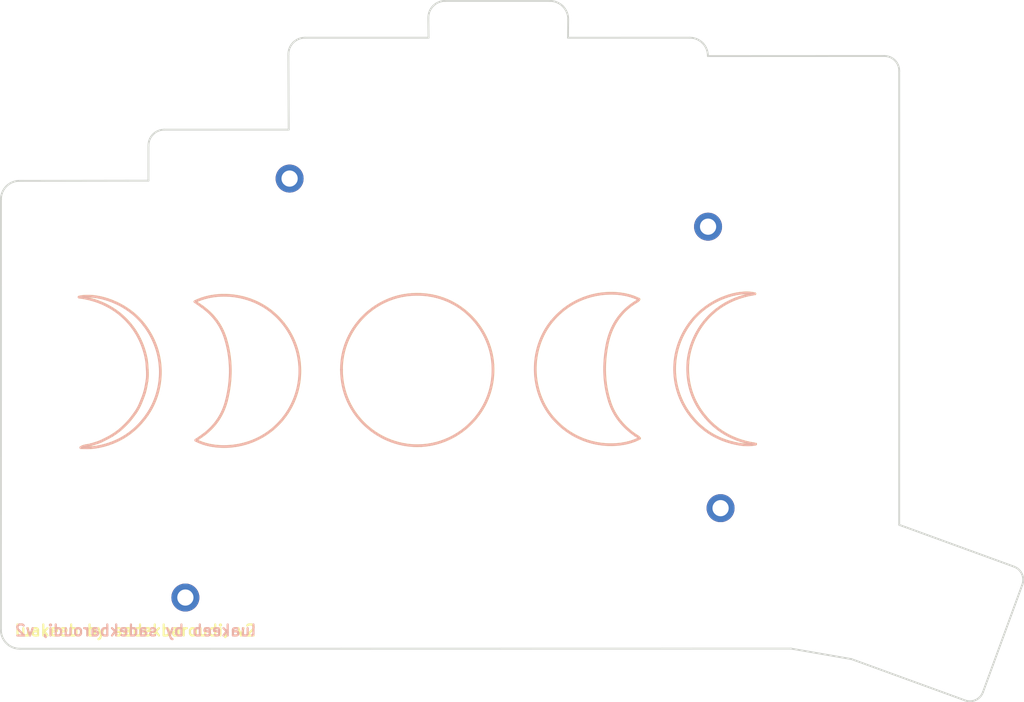
<source format=kicad_pcb>
(kicad_pcb (version 20171130) (host pcbnew "(5.1.10)-1")

  (general
    (thickness 1.6)
    (drawings 129)
    (tracks 0)
    (zones 0)
    (modules 4)
    (nets 1)
  )

  (page A4)
  (layers
    (0 F.Cu signal)
    (31 B.Cu signal)
    (32 B.Adhes user)
    (33 F.Adhes user)
    (34 B.Paste user)
    (35 F.Paste user)
    (36 B.SilkS user)
    (37 F.SilkS user)
    (38 B.Mask user)
    (39 F.Mask user)
    (40 Dwgs.User user)
    (41 Cmts.User user)
    (42 Eco1.User user)
    (43 Eco2.User user)
    (44 Edge.Cuts user)
    (45 Margin user)
    (46 B.CrtYd user)
    (47 F.CrtYd user)
    (48 B.Fab user)
    (49 F.Fab user)
  )

  (setup
    (last_trace_width 0.254)
    (trace_clearance 0.2)
    (zone_clearance 0.508)
    (zone_45_only no)
    (trace_min 0.2)
    (via_size 0.8)
    (via_drill 0.4)
    (via_min_size 0.4)
    (via_min_drill 0.3)
    (uvia_size 0.3)
    (uvia_drill 0.1)
    (uvias_allowed no)
    (uvia_min_size 0.2)
    (uvia_min_drill 0.1)
    (edge_width 0.05)
    (segment_width 0.2)
    (pcb_text_width 0.3)
    (pcb_text_size 1.5 1.5)
    (mod_edge_width 0.12)
    (mod_text_size 1 1)
    (mod_text_width 0.15)
    (pad_size 1.524 1.524)
    (pad_drill 0.762)
    (pad_to_mask_clearance 0)
    (aux_axis_origin 0 0)
    (grid_origin 145.852593 65.458404)
    (visible_elements 7FFFFFFF)
    (pcbplotparams
      (layerselection 0x010fc_ffffffff)
      (usegerberextensions false)
      (usegerberattributes true)
      (usegerberadvancedattributes true)
      (creategerberjobfile true)
      (excludeedgelayer true)
      (linewidth 0.100000)
      (plotframeref false)
      (viasonmask false)
      (mode 1)
      (useauxorigin false)
      (hpglpennumber 1)
      (hpglpenspeed 20)
      (hpglpendiameter 15.000000)
      (psnegative false)
      (psa4output false)
      (plotreference true)
      (plotvalue true)
      (plotinvisibletext false)
      (padsonsilk false)
      (subtractmaskfromsilk false)
      (outputformat 1)
      (mirror false)
      (drillshape 0)
      (scaleselection 1)
      (outputdirectory "gerbers/"))
  )

  (net 0 "")

  (net_class Default "This is the default net class."
    (clearance 0.2)
    (trace_width 0.254)
    (via_dia 0.8)
    (via_drill 0.4)
    (uvia_dia 0.3)
    (uvia_drill 0.1)
  )

  (net_class Power ""
    (clearance 0.2)
    (trace_width 0.381)
    (via_dia 0.8)
    (via_drill 0.4)
    (uvia_dia 0.3)
    (uvia_drill 0.1)
  )

  (module MountingHole:MountingHole_2.2mm_M2_DIN965_Pad (layer F.Cu) (tedit 56D1B4CB) (tstamp 61821F1C)
    (at 56.477588 112.136485)
    (descr "Mounting Hole 2.2mm, M2, DIN965")
    (tags "mounting hole 2.2mm m2 din965")
    (attr virtual)
    (fp_text reference "" (at 0 -4.2) (layer F.SilkS)
      (effects (font (size 1 1) (thickness 0.15)))
    )
    (fp_text value "" (at 0 4.2) (layer F.Fab)
      (effects (font (size 1 1) (thickness 0.15)))
    )
    (fp_circle (center 0 0) (end 1.9 0) (layer Cmts.User) (width 0.15))
    (fp_circle (center 0 0) (end 2.15 0) (layer F.CrtYd) (width 0.05))
    (fp_text user %R (at 0.3 0) (layer F.Fab)
      (effects (font (size 1 1) (thickness 0.15)))
    )
    (pad 1 thru_hole circle (at 0 0) (size 3.8 3.8) (drill 2.2) (layers *.Cu *.Mask))
  )

  (module MountingHole:MountingHole_2.2mm_M2_DIN965_Pad (layer F.Cu) (tedit 56D1B4CB) (tstamp 61821F1C)
    (at 70.637589 55.176487)
    (descr "Mounting Hole 2.2mm, M2, DIN965")
    (tags "mounting hole 2.2mm m2 din965")
    (attr virtual)
    (fp_text reference "" (at 0 -4.2) (layer F.SilkS)
      (effects (font (size 1 1) (thickness 0.15)))
    )
    (fp_text value "" (at 0 4.2) (layer F.Fab)
      (effects (font (size 1 1) (thickness 0.15)))
    )
    (fp_circle (center 0 0) (end 1.9 0) (layer Cmts.User) (width 0.15))
    (fp_circle (center 0 0) (end 2.15 0) (layer F.CrtYd) (width 0.05))
    (fp_text user %R (at 0.3 0) (layer F.Fab)
      (effects (font (size 1 1) (thickness 0.15)))
    )
    (pad 1 thru_hole circle (at 0 0) (size 3.8 3.8) (drill 2.2) (layers *.Cu *.Mask))
  )

  (module MountingHole:MountingHole_2.2mm_M2_DIN965_Pad (layer F.Cu) (tedit 56D1B4CB) (tstamp 61821F1C)
    (at 127.487585 61.716488)
    (descr "Mounting Hole 2.2mm, M2, DIN965")
    (tags "mounting hole 2.2mm m2 din965")
    (attr virtual)
    (fp_text reference "" (at 0 -4.2) (layer F.SilkS)
      (effects (font (size 1 1) (thickness 0.15)))
    )
    (fp_text value "" (at 0 4.2) (layer F.Fab)
      (effects (font (size 1 1) (thickness 0.15)))
    )
    (fp_circle (center 0 0) (end 1.9 0) (layer Cmts.User) (width 0.15))
    (fp_circle (center 0 0) (end 2.15 0) (layer F.CrtYd) (width 0.05))
    (fp_text user %R (at 0.3 0) (layer F.Fab)
      (effects (font (size 1 1) (thickness 0.15)))
    )
    (pad 1 thru_hole circle (at 0 0) (size 3.8 3.8) (drill 2.2) (layers *.Cu *.Mask))
  )

  (module MountingHole:MountingHole_2.2mm_M2_DIN965_Pad (layer F.Cu) (tedit 56D1B4CB) (tstamp 61821E14)
    (at 129.187674 99.986757)
    (descr "Mounting Hole 2.2mm, M2, DIN965")
    (tags "mounting hole 2.2mm m2 din965")
    (attr virtual)
    (fp_text reference "" (at 0 -4.2) (layer F.SilkS)
      (effects (font (size 1 1) (thickness 0.15)))
    )
    (fp_text value "" (at 0 4.2) (layer F.Fab)
      (effects (font (size 1 1) (thickness 0.15)))
    )
    (fp_circle (center 0 0) (end 1.9 0) (layer Cmts.User) (width 0.15))
    (fp_circle (center 0 0) (end 2.15 0) (layer F.CrtYd) (width 0.05))
    (fp_text user %R (at 0.3 0) (layer F.Fab)
      (effects (font (size 1 1) (thickness 0.15)))
    )
    (pad 1 thru_hole circle (at 0 0) (size 3.8 3.8) (drill 2.2) (layers *.Cu *.Mask))
  )

  (gr_line (start 153.458572 40.564492) (end 153.455493 102.254504) (layer Edge.Cuts) (width 0.25) (tstamp 61B387A6))
  (gr_curve (pts (xy 151.436193 38.513204) (xy 152.560192 38.513204) (xy 153.471396 39.424342) (xy 153.458572 40.564492)) (layer Edge.Cuts) (width 0.25) (tstamp 61B387A5))
  (gr_line (start 169.038393 107.931404) (end 153.455493 102.254504) (layer Edge.Cuts) (width 0.25) (tstamp 61B387A4))
  (gr_curve (pts (xy 118.162843 90.498154) (xy 115.511719 91.91103) (xy 110.098344 91.958654) (xy 106.447093 87.767654)) (layer B.SilkS) (width 0.36))
  (gr_line (start 42.042219 71.289404) (end 42.042219 71.289404) (layer B.SilkS) (width 0.36))
  (gr_curve (pts (xy 125.036719 74.813654) (xy 127.497343 71.479904) (xy 131.735968 70.289279) (xy 133.831468 70.844905)) (layer B.SilkS) (width 0.36))
  (gr_curve (pts (xy 46.074469 91.260154) (xy 44.836219 91.672904) (xy 43.566219 91.879279) (xy 42.264469 91.75228)) (layer B.SilkS) (width 0.36))
  (gr_curve (pts (xy 46.471344 90.13303) (xy 46.899969 89.863154) (xy 47.312719 89.577404) (xy 47.693719 89.244029)) (layer B.SilkS) (width 0.36))
  (gr_line (start 133.831468 70.844905) (end 133.831468 70.844905) (layer B.SilkS) (width 0.36))
  (gr_line (start 57.885469 90.752155) (end 57.885469 90.752155) (layer B.SilkS) (width 0.36))
  (gr_curve (pts (xy 125.211343 87.513655) (xy 122.274469 83.84653) (xy 122.147469 78.687154) (xy 125.036719 74.813654)) (layer B.SilkS) (width 0.36))
  (gr_curve (pts (xy 50.408344 85.65628) (xy 50.598844 85.195904) (xy 50.789344 84.719654) (xy 50.932219 84.243404)) (layer B.SilkS) (width 0.36))
  (gr_curve (pts (xy 106.240719 74.591404) (xy 109.780843 70.273405) (xy 115.337094 70.162279) (xy 118.083469 71.591029)) (layer B.SilkS) (width 0.36))
  (gr_curve (pts (xy 50.836969 75.035905) (xy 53.853219 78.925279) (xy 53.630968 83.894155) (xy 51.281469 87.291404)) (layer B.SilkS) (width 0.36))
  (gr_curve (pts (xy 42.042219 71.289404) (xy 44.486968 70.733779) (xy 48.535093 72.051404) (xy 50.836969 75.035905)) (layer B.SilkS) (width 0.36))
  (gr_curve (pts (xy 51.154468 79.687279) (xy 50.344843 75.46453) (xy 47.106343 71.94028) (xy 42.042219 71.289404)) (layer B.SilkS) (width 0.36))
  (gr_curve (pts (xy 50.932219 84.243404) (xy 51.075094 83.735404) (xy 51.170344 83.211529) (xy 51.249718 82.70353)) (layer B.SilkS) (width 0.36))
  (gr_curve (pts (xy 43.645594 91.355404) (xy 44.121844 91.196654) (xy 44.613969 91.08553) (xy 45.074344 90.863279)) (layer B.SilkS) (width 0.36))
  (gr_curve (pts (xy 133.831468 70.844905) (xy 127.624344 71.781529) (xy 124.973218 76.671029) (xy 124.735093 80.290529)) (layer B.SilkS) (width 0.36))
  (gr_curve (pts (xy 51.249718 82.70353) (xy 51.329094 82.195529) (xy 51.329094 81.703405) (xy 51.297343 81.195405)) (layer B.SilkS) (width 0.36))
  (gr_curve (pts (xy 106.447093 87.767654) (xy 103.272094 84.116404) (xy 103.176844 78.369655) (xy 106.240719 74.591404)) (layer B.SilkS) (width 0.36))
  (gr_curve (pts (xy 133.942594 91.27603) (xy 132.831343 91.514155) (xy 131.767718 91.339529) (xy 130.704094 91.069654)) (layer B.SilkS) (width 0.36))
  (gr_curve (pts (xy 51.297343 81.195405) (xy 51.265594 80.687404) (xy 51.249718 80.179405) (xy 51.154468 79.687279)) (layer B.SilkS) (width 0.36))
  (gr_curve (pts (xy 48.773218 88.180405) (xy 49.106593 87.799405) (xy 49.408219 87.386654) (xy 49.693969 86.98978)) (layer B.SilkS) (width 0.36))
  (gr_curve (pts (xy 114.098844 85.497529) (xy 114.717969 87.450154) (xy 115.972093 88.942405) (xy 117.638968 90.085405)) (layer B.SilkS) (width 0.36))
  (gr_curve (pts (xy 113.733718 77.893405) (xy 113.257468 80.449279) (xy 113.305093 83.005154) (xy 114.098844 85.497529)) (layer B.SilkS) (width 0.36))
  (gr_curve (pts (xy 127.148094 87.608905) (xy 128.910219 89.704405) (xy 131.227969 90.879154) (xy 133.942594 91.27603)) (layer B.SilkS) (width 0.36))
  (gr_line (start 118.083469 71.591029) (end 118.083469 71.591029) (layer B.SilkS) (width 0.36))
  (gr_curve (pts (xy 124.735093 80.290529) (xy 124.560469 83.052779) (xy 125.370094 85.513405) (xy 127.148094 87.608905)) (layer B.SilkS) (width 0.36))
  (gr_curve (pts (xy 117.638968 90.085405) (xy 117.813594 90.212404) (xy 118.051719 90.275905) (xy 118.162843 90.498154)) (layer B.SilkS) (width 0.36))
  (gr_curve (pts (xy 47.693719 89.244029) (xy 48.074719 88.910655) (xy 48.439843 88.561405) (xy 48.773218 88.180405)) (layer B.SilkS) (width 0.36))
  (gr_curve (pts (xy 130.704094 91.069654) (xy 128.481594 90.498154) (xy 126.640093 89.307529) (xy 125.211343 87.513655)) (layer B.SilkS) (width 0.36))
  (gr_curve (pts (xy 49.693969 86.98978) (xy 49.979719 86.577029) (xy 50.217844 86.13253) (xy 50.408344 85.65628)) (layer B.SilkS) (width 0.36))
  (gr_curve (pts (xy 51.281469 87.291404) (xy 49.979719 89.18053) (xy 48.249343 90.529904) (xy 46.074469 91.260154)) (layer B.SilkS) (width 0.36))
  (gr_curve (pts (xy 45.074344 90.863279) (xy 45.550594 90.625154) (xy 46.026844 90.402904) (xy 46.471344 90.13303)) (layer B.SilkS) (width 0.36))
  (gr_curve (pts (xy 42.264469 91.75228) (xy 42.677218 91.450654) (xy 43.185219 91.498279) (xy 43.645594 91.355404)) (layer B.SilkS) (width 0.36))
  (gr_curve (pts (xy 87.238344 70.940155) (xy 93.508969 70.527404) (xy 97.906344 75.401029) (xy 98.239719 80.449279)) (layer B.SilkS) (width 0.36))
  (gr_curve (pts (xy 57.885469 90.752155) (xy 58.298218 90.466405) (xy 58.663344 90.22828) (xy 59.012593 89.958404)) (layer B.SilkS) (width 0.36))
  (gr_curve (pts (xy 117.797719 71.876779) (xy 115.495843 73.242029) (xy 114.209968 75.321655) (xy 113.733718 77.893405)) (layer B.SilkS) (width 0.36))
  (gr_curve (pts (xy 69.775843 74.877154) (xy 72.950844 78.877654) (xy 72.696844 84.481529) (xy 69.442468 88.164529)) (layer B.SilkS) (width 0.36))
  (gr_curve (pts (xy 77.681593 81.147779) (xy 77.649844 75.81378) (xy 81.888469 71.27353) (xy 87.238344 70.940155)) (layer B.SilkS) (width 0.36))
  (gr_curve (pts (xy 98.239719 80.449279) (xy 98.652469 86.402404) (xy 94.032844 91.18078) (xy 88.540093 91.482404)) (layer B.SilkS) (width 0.36))
  (gr_curve (pts (xy 118.083469 71.591029) (xy 118.051719 71.74978) (xy 117.924718 71.797405) (xy 117.797719 71.876779)) (layer B.SilkS) (width 0.36))
  (gr_line (start 77.681593 81.147779) (end 77.681593 81.147779) (layer B.SilkS) (width 0.36))
  (gr_curve (pts (xy 69.442468 88.164529) (xy 65.918218 92.149154) (xy 60.488968 92.180905) (xy 57.885469 90.752155)) (layer B.SilkS) (width 0.36))
  (gr_curve (pts (xy 57.774343 71.908529) (xy 60.933469 70.32103) (xy 66.457969 70.70203) (xy 69.775843 74.877154)) (layer B.SilkS) (width 0.36))
  (gr_curve (pts (xy 58.790344 72.622904) (xy 58.472844 72.384779) (xy 58.123594 72.162529) (xy 57.774343 71.908529)) (layer B.SilkS) (width 0.36))
  (gr_curve (pts (xy 62.060593 85.354654) (xy 62.774968 82.51303) (xy 62.774968 79.687279) (xy 61.901844 76.877404)) (layer B.SilkS) (width 0.36))
  (gr_curve (pts (xy 88.540093 91.482404) (xy 82.967968 91.799905) (xy 77.665719 87.386654) (xy 77.681593 81.147779)) (layer B.SilkS) (width 0.36))
  (gr_curve (pts (xy 61.901844 76.877404) (xy 61.346218 75.115279) (xy 60.282594 73.702405) (xy 58.790344 72.622904)) (layer B.SilkS) (width 0.36))
  (gr_curve (pts (xy 59.012593 89.958404) (xy 60.568344 88.783654) (xy 61.584343 87.227905) (xy 62.060593 85.354654)) (layer B.SilkS) (width 0.36))
  (gr_curve (pts (xy 113.753717 77.885779) (xy 113.277467 80.441653) (xy 113.325092 82.997528) (xy 114.118843 85.489903)) (layer F.SilkS) (width 0.36))
  (gr_curve (pts (xy 118.103468 71.583403) (xy 118.071718 71.742154) (xy 117.944717 71.789779) (xy 117.817718 71.869153)) (layer F.SilkS) (width 0.36))
  (gr_line (start 77.701592 81.140153) (end 77.701592 81.140153) (layer F.SilkS) (width 0.36))
  (gr_curve (pts (xy 69.462467 88.156903) (xy 65.938217 92.141528) (xy 60.508967 92.173279) (xy 57.905468 90.744529)) (layer F.SilkS) (width 0.36))
  (gr_curve (pts (xy 58.810343 72.615278) (xy 58.492843 72.377153) (xy 58.143593 72.154903) (xy 57.794342 71.900903)) (layer F.SilkS) (width 0.36))
  (gr_curve (pts (xy 61.921843 76.869778) (xy 61.366217 75.107653) (xy 60.302593 73.694779) (xy 58.810343 72.615278)) (layer F.SilkS) (width 0.36))
  (gr_curve (pts (xy 88.560092 91.474778) (xy 82.987967 91.792279) (xy 77.685718 87.379028) (xy 77.701592 81.140153)) (layer F.SilkS) (width 0.36))
  (gr_curve (pts (xy 87.258343 70.932529) (xy 93.528968 70.519778) (xy 97.926343 75.393403) (xy 98.259718 80.441653)) (layer F.SilkS) (width 0.36))
  (gr_curve (pts (xy 62.080592 85.347028) (xy 62.794967 82.505404) (xy 62.794967 79.679653) (xy 61.921843 76.869778)) (layer F.SilkS) (width 0.36))
  (gr_curve (pts (xy 69.795842 74.869528) (xy 72.970843 78.870028) (xy 72.716843 84.473903) (xy 69.462467 88.156903)) (layer F.SilkS) (width 0.36))
  (gr_curve (pts (xy 57.794342 71.900903) (xy 60.953468 70.313404) (xy 66.477968 70.694404) (xy 69.795842 74.869528)) (layer F.SilkS) (width 0.36))
  (gr_curve (pts (xy 77.701592 81.140153) (xy 77.669843 75.806154) (xy 81.908468 71.265904) (xy 87.258343 70.932529)) (layer F.SilkS) (width 0.36))
  (gr_curve (pts (xy 57.905468 90.744529) (xy 58.318217 90.458779) (xy 58.683343 90.220654) (xy 59.032592 89.950778)) (layer F.SilkS) (width 0.36))
  (gr_curve (pts (xy 59.032592 89.950778) (xy 60.588343 88.776028) (xy 61.604342 87.220279) (xy 62.080592 85.347028)) (layer F.SilkS) (width 0.36))
  (gr_curve (pts (xy 98.259718 80.441653) (xy 98.672468 86.394778) (xy 94.052843 91.173154) (xy 88.560092 91.474778)) (layer F.SilkS) (width 0.36))
  (gr_curve (pts (xy 114.118843 85.489903) (xy 114.737968 87.442528) (xy 115.992092 88.934779) (xy 117.658967 90.077779)) (layer F.SilkS) (width 0.36))
  (gr_curve (pts (xy 117.817718 71.869153) (xy 115.515842 73.234403) (xy 114.229967 75.314029) (xy 113.753717 77.885779)) (layer F.SilkS) (width 0.36))
  (gr_curve (pts (xy 51.174467 79.679653) (xy 50.364842 75.456904) (xy 47.126342 71.932654) (xy 42.062218 71.281778)) (layer F.SilkS) (width 0.36))
  (gr_curve (pts (xy 47.713718 89.236403) (xy 48.094718 88.903029) (xy 48.459842 88.553779) (xy 48.793217 88.172779)) (layer F.SilkS) (width 0.36))
  (gr_curve (pts (xy 43.665593 91.347778) (xy 44.141843 91.189028) (xy 44.633968 91.077904) (xy 45.094343 90.855653)) (layer F.SilkS) (width 0.36))
  (gr_curve (pts (xy 125.231342 87.506029) (xy 122.294468 83.838904) (xy 122.167468 78.679528) (xy 125.056718 74.806028)) (layer F.SilkS) (width 0.36))
  (gr_line (start 133.851467 70.837279) (end 133.851467 70.837279) (layer F.SilkS) (width 0.36))
  (gr_line (start 118.103468 71.583403) (end 118.103468 71.583403) (layer F.SilkS) (width 0.36))
  (gr_curve (pts (xy 45.094343 90.855653) (xy 45.570593 90.617528) (xy 46.046843 90.395278) (xy 46.491343 90.125404)) (layer F.SilkS) (width 0.36))
  (gr_curve (pts (xy 125.056718 74.806028) (xy 127.517342 71.472278) (xy 131.755967 70.281653) (xy 133.851467 70.837279)) (layer F.SilkS) (width 0.36))
  (gr_curve (pts (xy 124.755092 80.282903) (xy 124.580468 83.045153) (xy 125.390093 85.505779) (xy 127.168093 87.601279)) (layer F.SilkS) (width 0.36))
  (gr_curve (pts (xy 50.952218 84.235778) (xy 51.095093 83.727778) (xy 51.190343 83.203903) (xy 51.269717 82.695904)) (layer F.SilkS) (width 0.36))
  (gr_curve (pts (xy 51.301468 87.283778) (xy 49.999718 89.172904) (xy 48.269342 90.522278) (xy 46.094468 91.252528)) (layer F.SilkS) (width 0.36))
  (gr_curve (pts (xy 51.269717 82.695904) (xy 51.349093 82.187903) (xy 51.349093 81.695779) (xy 51.317342 81.187779)) (layer F.SilkS) (width 0.36))
  (gr_curve (pts (xy 46.094468 91.252528) (xy 44.856218 91.665278) (xy 43.586218 91.871653) (xy 42.284468 91.744654)) (layer F.SilkS) (width 0.36))
  (gr_line (start 42.062218 71.281778) (end 42.062218 71.281778) (layer F.SilkS) (width 0.36))
  (gr_curve (pts (xy 49.713968 86.982154) (xy 49.999718 86.569403) (xy 50.237843 86.124904) (xy 50.428343 85.648654)) (layer F.SilkS) (width 0.36))
  (gr_curve (pts (xy 42.062218 71.281778) (xy 44.506967 70.726153) (xy 48.555092 72.043778) (xy 50.856968 75.028279)) (layer F.SilkS) (width 0.36))
  (gr_curve (pts (xy 51.317342 81.187779) (xy 51.285593 80.679778) (xy 51.269717 80.171779) (xy 51.174467 79.679653)) (layer F.SilkS) (width 0.36))
  (gr_curve (pts (xy 42.284468 91.744654) (xy 42.697217 91.443028) (xy 43.205218 91.490653) (xy 43.665593 91.347778)) (layer F.SilkS) (width 0.36))
  (gr_curve (pts (xy 50.428343 85.648654) (xy 50.618843 85.188278) (xy 50.809343 84.712028) (xy 50.952218 84.235778)) (layer F.SilkS) (width 0.36))
  (gr_curve (pts (xy 46.491343 90.125404) (xy 46.919968 89.855528) (xy 47.332718 89.569778) (xy 47.713718 89.236403)) (layer F.SilkS) (width 0.36))
  (gr_curve (pts (xy 50.856968 75.028279) (xy 53.873218 78.917653) (xy 53.650967 83.886529) (xy 51.301468 87.283778)) (layer F.SilkS) (width 0.36))
  (gr_curve (pts (xy 106.260718 74.583778) (xy 109.800842 70.265779) (xy 115.357093 70.154653) (xy 118.103468 71.583403)) (layer F.SilkS) (width 0.36))
  (gr_curve (pts (xy 117.658967 90.077779) (xy 117.833593 90.204778) (xy 118.071718 90.268279) (xy 118.182842 90.490528)) (layer F.SilkS) (width 0.36))
  (gr_curve (pts (xy 106.467092 87.760028) (xy 103.292093 84.108778) (xy 103.196843 78.362029) (xy 106.260718 74.583778)) (layer F.SilkS) (width 0.36))
  (gr_curve (pts (xy 130.724093 91.062028) (xy 128.501593 90.490528) (xy 126.660092 89.299903) (xy 125.231342 87.506029)) (layer F.SilkS) (width 0.36))
  (gr_curve (pts (xy 48.793217 88.172779) (xy 49.126592 87.791779) (xy 49.428218 87.379028) (xy 49.713968 86.982154)) (layer F.SilkS) (width 0.36))
  (gr_curve (pts (xy 133.851467 70.837279) (xy 127.644343 71.773903) (xy 124.993217 76.663403) (xy 124.755092 80.282903)) (layer F.SilkS) (width 0.36))
  (gr_curve (pts (xy 127.168093 87.601279) (xy 128.930218 89.696779) (xy 131.247968 90.871528) (xy 133.962593 91.268404)) (layer F.SilkS) (width 0.36))
  (gr_line (start 57.905468 90.744529) (end 57.905468 90.744529) (layer F.SilkS) (width 0.36))
  (gr_curve (pts (xy 118.182842 90.490528) (xy 115.531718 91.903404) (xy 110.118343 91.951028) (xy 106.467092 87.760028)) (layer F.SilkS) (width 0.36))
  (gr_curve (pts (xy 133.962593 91.268404) (xy 132.851342 91.506529) (xy 131.787717 91.331903) (xy 130.724093 91.062028)) (layer F.SilkS) (width 0.36))
  (gr_text "luakeeb by sadekbaroudi, v2" (at 49.724393 116.619204) (layer B.SilkS)
    (effects (font (size 1.5 1.5) (thickness 0.3)) (justify mirror))
  )
  (gr_text "luakeeb by sadekbaroudi, v2" (at 49.673593 116.619204) (layer F.SilkS)
    (effects (font (size 1.5 1.5) (thickness 0.3)))
  )
  (gr_line (start 127.462596 38.525458) (end 151.436193 38.513204) (layer Edge.Cuts) (width 0.25) (tstamp 61A1B152))
  (gr_curve (pts (xy 33.976667 119.098131) (xy 32.56339 119.097266) (xy 31.418177 117.951288) (xy 31.418282 116.538009)) (layer Edge.Cuts) (width 0.25) (tstamp 61A1B14B))
  (gr_line (start 162.413393 126.126304) (end 146.983414 120.510248) (layer Edge.Cuts) (width 0.25) (tstamp 61A1B14A))
  (gr_line (start 146.983414 120.510248) (end 138.740593 119.076352) (layer Edge.Cuts) (width 0.25) (tstamp 61A1B148))
  (gr_line (start 31.418282 116.538009) (end 31.422229 57.997936) (layer Edge.Cuts) (width 0.25) (tstamp 61A1B147))
  (gr_line (start 138.740593 119.076352) (end 33.976667 119.098131) (layer Edge.Cuts) (width 0.25) (tstamp 61A1B146))
  (gr_curve (pts (xy 31.422229 57.997936) (xy 31.422323 56.612882) (xy 32.543542 55.489274) (xy 33.928589 55.486229)) (layer Edge.Cuts) (width 0.25) (tstamp 61A1B141))
  (gr_line (start 89.511871 36.027018) (end 89.484135 33.331526) (layer Edge.Cuts) (width 0.25) (tstamp 61A1B13F))
  (gr_line (start 70.511889 48.525643) (end 70.471881 38.284649) (layer Edge.Cuts) (width 0.25) (tstamp 61A1B13E))
  (gr_curve (pts (xy 106.005278 31.025537) (xy 106.667658 31.025516) (xy 107.30254 31.290364) (xy 107.768538 31.761096)) (layer Edge.Cuts) (width 0.25) (tstamp 61A1B13D))
  (gr_line (start 51.459396 55.458404) (end 51.460425 50.682975) (layer Edge.Cuts) (width 0.25) (tstamp 61A1B13C))
  (gr_curve (pts (xy 126.761564 36.762361) (xy 127.222694 37.232854) (xy 127.475073 37.869129) (xy 127.461814 38.527787)) (layer Edge.Cuts) (width 0.25) (tstamp 61A1B13B))
  (gr_line (start 72.720645 36.027071) (end 89.511871 36.027018) (layer Edge.Cuts) (width 0.25) (tstamp 61A1B13A))
  (gr_curve (pts (xy 71.127405 36.688835) (xy 71.549388 36.265206) (xy 72.122705 36.027067) (xy 72.720645 36.027071)) (layer Edge.Cuts) (width 0.25) (tstamp 61A1B139))
  (gr_line (start 91.765892 31.026073) (end 106.005278 31.025537) (layer Edge.Cuts) (width 0.25) (tstamp 61A1B136))
  (gr_curve (pts (xy 51.460425 50.682975) (xy 51.46053 49.491857) (xy 52.426121 48.526319) (xy 53.617224 48.526272)) (layer Edge.Cuts) (width 0.25) (tstamp 61A1B135))
  (gr_line (start 33.928589 55.486229) (end 51.459396 55.458404) (layer Edge.Cuts) (width 0.25) (tstamp 61A1B134))
  (gr_line (start 108.486229 33.531712) (end 108.460889 36.027407) (layer Edge.Cuts) (width 0.25) (tstamp 61A1B132))
  (gr_curve (pts (xy 125.010556 36.02679) (xy 125.669347 36.026759) (xy 126.300428 36.291867) (xy 126.761564 36.762361)) (layer Edge.Cuts) (width 0.25) (tstamp 61A1B131))
  (gr_curve (pts (xy 107.768538 31.761096) (xy 108.234539 32.231831) (xy 108.492955 32.869372) (xy 108.486229 33.531712)) (layer Edge.Cuts) (width 0.25) (tstamp 61A1B130))
  (gr_curve (pts (xy 90.144071 31.702802) (xy 90.572656 31.269764) (xy 91.156625 31.026097) (xy 91.765892 31.026073)) (layer Edge.Cuts) (width 0.25) (tstamp 61A1B12F))
  (gr_curve (pts (xy 70.471881 38.284649) (xy 70.469542 37.686721) (xy 70.705435 37.112471) (xy 71.127405 36.688835)) (layer Edge.Cuts) (width 0.25) (tstamp 61A1B12E))
  (gr_line (start 108.460889 36.027407) (end 125.010556 36.02679) (layer Edge.Cuts) (width 0.25) (tstamp 61A1B12D))
  (gr_curve (pts (xy 89.484135 33.331526) (xy 89.477863 32.722285) (xy 89.715482 32.135838) (xy 90.144071 31.702802)) (layer Edge.Cuts) (width 0.25) (tstamp 61A1B12C))
  (gr_line (start 53.617224 48.526272) (end 70.511889 48.525643) (layer Edge.Cuts) (width 0.25) (tstamp 61A1B12B))
  (gr_line (start 164.836161 124.9926) (end 170.189197 110.362672) (layer Edge.Cuts) (width 0.25) (tstamp 61A1D0DF))
  (gr_curve (pts (xy 169.055493 107.939904) (xy 170.036565 108.296985) (xy 170.543651 109.380647) (xy 170.189197 110.362672)) (layer Edge.Cuts) (width 0.25) (tstamp 61A1D0C8))
  (gr_curve (pts (xy 164.836161 124.9926) (xy 164.47908 125.973672) (xy 163.395418 126.480758) (xy 162.413393 126.126304)) (layer Edge.Cuts) (width 0.25) (tstamp 61A1D0C8))

)

</source>
